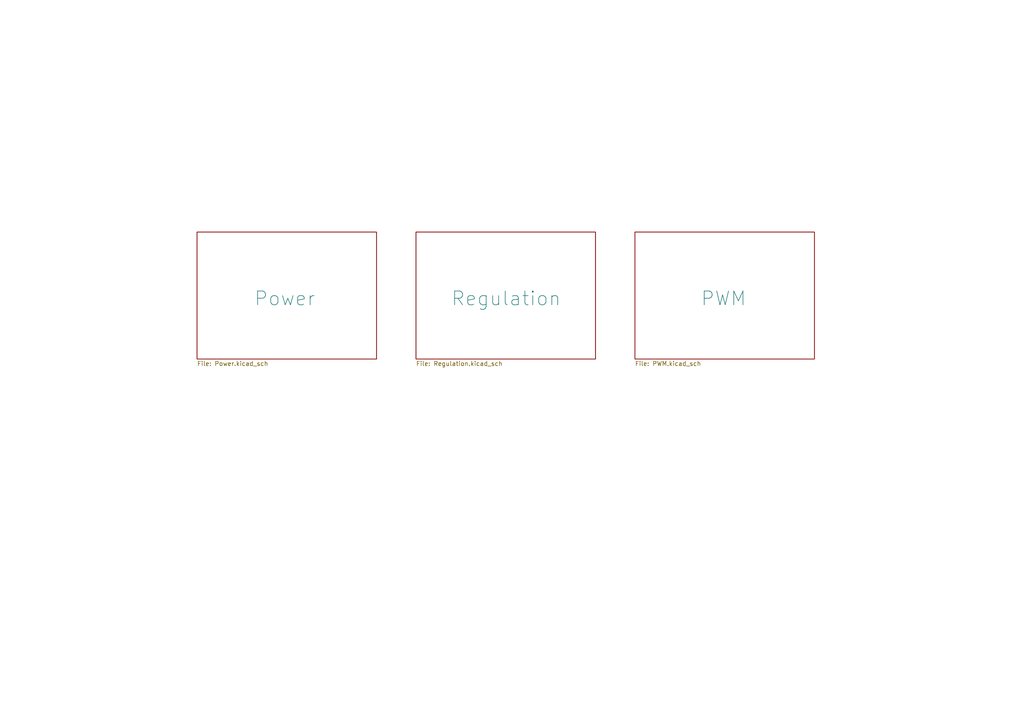
<source format=kicad_sch>
(kicad_sch (version 20211123) (generator eeschema)
  (paper "A4")
  (lib_symbols)
  (sheet (at 57.15 67.31) (size 52.07 36.83) (stroke (width 0.1524))
    (property "Sheet name" "Power" (at 73.66 88.9 0) (effects (font (size 4 4)) (justify left bottom)))
    (property "Sheet file" "Power.kicad_sch" (at 57.15 104.7246 0) (effects (justify left top)))
  )
  (sheet (at 120.65 67.31) (size 52.07 36.83) (stroke (width 0.1524))
    (property "Sheet name" "Regulation" (at 130.81 88.9 0) (effects (font (size 4 4)) (justify left bottom)))
    (property "Sheet file" "Regulation.kicad_sch" (at 120.65 104.7246 0) (effects (justify left top)))
  )
  (sheet (at 184.15 67.31) (size 52.07 36.83) (stroke (width 0.1524))
    (property "Sheet name" "PWM" (at 203.2 88.9 0) (effects (font (size 4 4)) (justify left bottom)))
    (property "Sheet file" "PWM.kicad_sch" (at 184.15 104.7246 0) (effects (justify left top)))
  )
)
</source>
